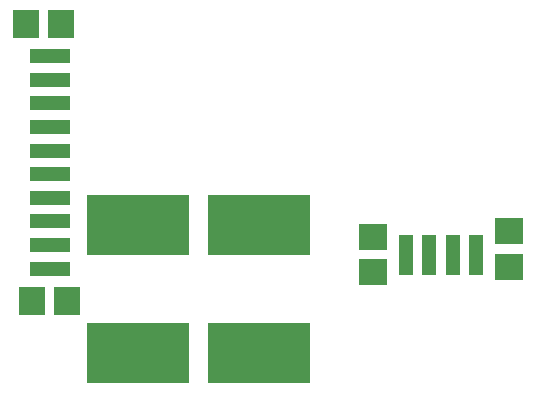
<source format=gbr>
%TF.GenerationSoftware,Altium Limited,Altium Designer,23.4.1 (23)*%
G04 Layer_Color=128*
%FSLAX45Y45*%
%MOMM*%
%TF.SameCoordinates,D7948EBF-BAFE-4555-BCF9-67E6E8CB6B5E*%
%TF.FilePolarity,Positive*%
%TF.FileFunction,Paste,Bot*%
%TF.Part,Single*%
G01*
G75*
%TA.AperFunction,SMDPad,CuDef*%
%ADD38R,1.30000X3.50000*%
%ADD39R,3.50000X1.30000*%
%ADD40R,8.75000X5.20000*%
%TA.AperFunction,NonConductor*%
%ADD61R,2.45000X2.28000*%
%ADD62R,2.45000X2.28000*%
%ADD63R,2.28000X2.45000*%
D38*
X6202400Y6400800D02*
D03*
X6402400D02*
D03*
X6602400D02*
D03*
X6802400D02*
D03*
D39*
X3189300Y7283300D02*
D03*
Y7083300D02*
D03*
Y6883300D02*
D03*
Y6683300D02*
D03*
Y6483300D02*
D03*
Y6283300D02*
D03*
Y7483300D02*
D03*
Y7683300D02*
D03*
Y7883300D02*
D03*
Y8083300D02*
D03*
D40*
X4961947Y6650300D02*
D03*
Y5570300D02*
D03*
X3933247Y6650300D02*
D03*
Y5570300D02*
D03*
D61*
X5929899Y6549572D02*
D03*
Y6251572D02*
D03*
X7074899Y6301572D02*
D03*
D62*
X7074903Y6599803D02*
D03*
D63*
X3288302Y8355800D02*
D03*
X2990300D02*
D03*
X3338299Y6010800D02*
D03*
X3040299D02*
D03*
%TF.MD5,352700573db5431b14e82ebcd1054b4a*%
M02*

</source>
